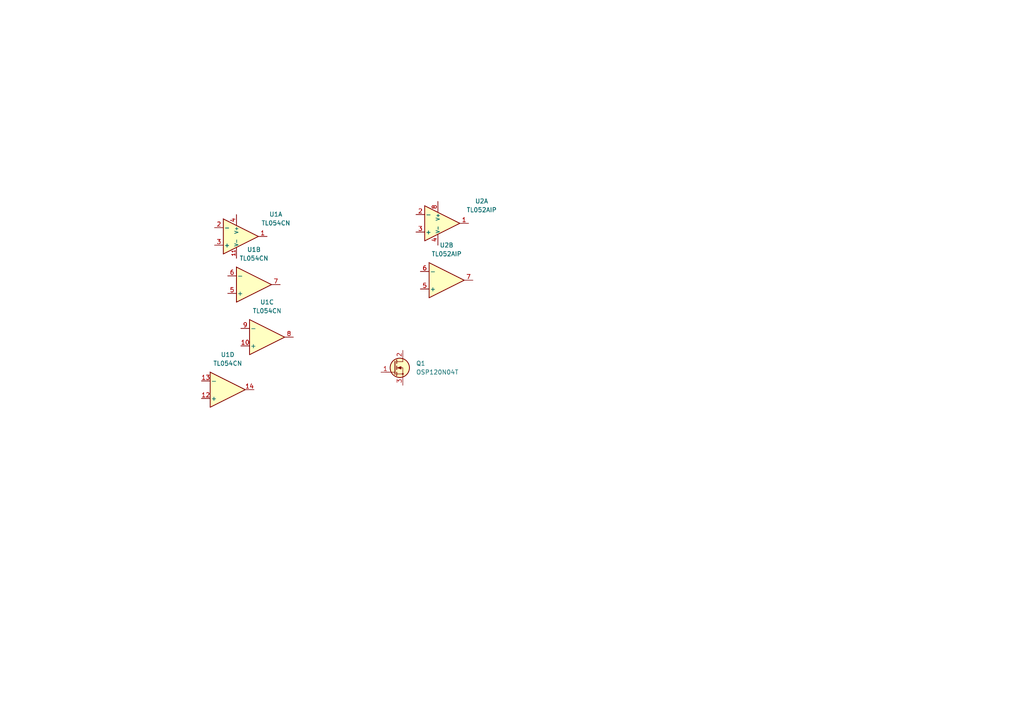
<source format=kicad_sch>
(kicad_sch (version 20250114) (generator "eeschema") (generator_version "9.0")
  (paper "A4")
  (lib_symbols
    (symbol "DCDCCACS1:OSP120N04T" (pin_names (hide yes))
      (property "Reference" "Q" (at 5.08 1.27 0))
      (property "Value" "OSP120N04T" (at 5.08 -1.27 0))
      (symbol "OSP120N04T_0_1"
        (polyline (pts (xy 0.254 1.905) (xy 0.254 -1.905)) (stroke (width 0.254)))
        (polyline (pts (xy 0.254 -1.27) (xy -2.54 -1.27)))
        (polyline (pts (xy 0.762 2.286) (xy 0.762 1.27)) (stroke (width 0.254)))
        (polyline (pts (xy 0.762 0.508) (xy 0.762 -0.508)) (stroke (width 0.254)))
        (polyline (pts (xy 0.762 -1.27) (xy 0.762 -2.286)) (stroke (width 0.254)))
        (polyline (pts (xy 0.762 -1.778) (xy 2.54 -1.778)))
        (polyline (pts (xy 1.016 0) (xy 2.032 0.381) (xy 2.032 -0.381) (xy 1.016 0)) (fill (type outline)))
        (circle (center 1.651 0) (radius 2.794) (stroke (width 0.254)) (fill (type background)))
        (polyline (pts (xy 2.54 2.54) (xy 2.54 1.778)))
        (polyline (pts (xy 2.54 1.778) (xy 0.762 1.778)))
        (circle (center 2.54 -1.778) (radius 0.1778) (fill (type outline)))
        (polyline (pts (xy 2.54 -2.54) (xy 2.54 0) (xy 0.762 0)))
      )
      (symbol "OSP120N04T_1_1"
        (pin input line (at -3.81 -1.27 0) (length 2.54) (name "G") (number "1"))
        (pin passive line (at 2.54 5.08 270) (length 2.54) (name "D") (number "2"))
        (pin passive line (at 2.54 -5.08 90) (length 2.54) (name "S") (number "3"))
      )
    )
    (symbol "PCM_Amplifier_Operational_AKL:TL052AIP" (pin_names (offset 0.2))
      (property "Reference" "U" (at 1.27 7.62 0))
      (property "Value" "TL052AIP" (at 1.27 5.08 0))
      (symbol "TL052AIP_0_1"
        (polyline (pts (xy -3.81 5.08) (xy -3.81 -5.08) (xy 6.35 0) (xy -3.81 5.08)) (stroke (width 0.254)) (fill (type background)))
      )
      (symbol "TL052AIP_1_1"
        (pin input line (at -6.35 2.54 0) (length 2.54) (name "-") (number "2"))
        (pin input line (at -6.35 -2.54 0) (length 2.54) (name "+") (number "3"))
        (pin power_in line (at 0 6.35 270) (length 3.18) (name "V+") (number "8"))
        (pin power_in line (at 0 -6.35 90) (length 3.18) (name "V-") (number "4"))
        (pin output line (at 8.89 0 180) (length 2.54) (name "~") (number "1"))
      )
      (symbol "TL052AIP_2_1"
        (pin input line (at -6.35 2.54 0) (length 2.54) (name "-") (number "6"))
        (pin input line (at -6.35 -2.54 0) (length 2.54) (name "+") (number "5"))
        (pin output line (at 8.89 0 180) (length 2.54) (name "~") (number "7"))
      )
    )
    (symbol "PCM_Amplifier_Operational_AKL:TL054CN" (pin_names (offset 0.2))
      (property "Reference" "U" (at 1.27 7.62 0))
      (property "Value" "TL054CN" (at 1.27 5.08 0))
      (symbol "TL054CN_0_1"
        (polyline (pts (xy -3.81 5.08) (xy -3.81 -5.08) (xy 6.35 0) (xy -3.81 5.08)) (stroke (width 0.254)) (fill (type background)))
      )
      (symbol "TL054CN_1_1"
        (pin input line (at -6.35 2.54 0) (length 2.54) (name "-") (number "2"))
        (pin input line (at -6.35 -2.54 0) (length 2.54) (name "+") (number "3"))
        (pin power_in line (at 0 6.35 270) (length 3.18) (name "V+") (number "4"))
        (pin power_in line (at 0 -6.35 90) (length 3.18) (name "V-") (number "11"))
        (pin output line (at 8.89 0 180) (length 2.54) (name "~") (number "1"))
      )
      (symbol "TL054CN_2_1"
        (pin input line (at -6.35 2.54 0) (length 2.54) (name "-") (number "6"))
        (pin input line (at -6.35 -2.54 0) (length 2.54) (name "+") (number "5"))
        (pin output line (at 8.89 0 180) (length 2.54) (name "~") (number "7"))
      )
      (symbol "TL054CN_3_1"
        (pin input line (at -6.35 2.54 0) (length 2.54) (name "-") (number "9"))
        (pin input line (at -6.35 -2.54 0) (length 2.54) (name "+") (number "10"))
        (pin output line (at 8.89 0 180) (length 2.54) (name "~") (number "8"))
      )
      (symbol "TL054CN_4_1"
        (pin input line (at -6.35 2.54 0) (length 2.54) (name "-") (number "13"))
        (pin input line (at -6.35 -2.54 0) (length 2.54) (name "+") (number "12"))
        (pin output line (at 8.89 0 180) (length 2.54) (name "~") (number "14"))
      )
    )
  )
  (symbol (lib_id "PCM_Amplifier_Operational_AKL:TL052AIP") (at 127 64.77 0) (unit 1)
    (property "Reference" "U2" (at 139.7 58.3498 0))
    (property "Value" "TL052AIP" (at 139.7 60.8898 0))
    (property "Footprint" "PCM_Package_DIP_AKL:DIP-8_W7.62mm_LongPads" (effects (hide yes)))
    (property "Datasheet" "https://www.ti.com/lit/ds/symlink/tl032.pdf?ts=1635080962038&ref_url=https%253A%252F%252Fwww.google.com%252F" (effects (hide yes)))
    (property "Description" "DIP-8 Dual JFET Operational Amplifier, 1.8mV Offset, 3MHz GBW, Alternate KiCAD Library" (effects (hide yes)))
  )
  (symbol (lib_id "PCM_Amplifier_Operational_AKL:TL054CN") (at 64.77 113.03 0) (unit 4)
    (property "Reference" "U1" (at 66.04 102.87 0))
    (property "Value" "TL054CN" (at 66.04 105.41 0))
    (property "Footprint" "PCM_Package_DIP_AKL:DIP-14_W7.62mm_LongPads" (effects (hide yes)))
    (property "Datasheet" "https://www.ti.com/lit/ds/symlink/tl032.pdf?ts=1635080962038&ref_url=https%253A%252F%252Fwww.google.com%252F" (effects (hide yes)))
    (property "Description" "DIP-14 Quad JFET Operational Amplifier, 4mV Offset, 3MHz GBW, Alternate KiCAD Library" (effects (hide yes)))
  )
  (symbol (lib_id "PCM_Amplifier_Operational_AKL:TL054CN") (at 68.58 68.58 0) (unit 1)
    (property "Reference" "U1" (at 80.01 62.1598 0))
    (property "Value" "TL054CN" (at 80.01 64.6998 0))
    (property "Footprint" "PCM_Package_DIP_AKL:DIP-14_W7.62mm_LongPads" (effects (hide yes)))
    (property "Datasheet" "https://www.ti.com/lit/ds/symlink/tl032.pdf?ts=1635080962038&ref_url=https%253A%252F%252Fwww.google.com%252F" (effects (hide yes)))
    (property "Description" "DIP-14 Quad JFET Operational Amplifier, 4mV Offset, 3MHz GBW, Alternate KiCAD Library" (effects (hide yes)))
  )
  (symbol (lib_id "PCM_Amplifier_Operational_AKL:TL052AIP") (at 128.27 81.28 0) (unit 2)
    (property "Reference" "U2" (at 129.54 71.12 0))
    (property "Value" "TL052AIP" (at 129.54 73.66 0))
    (property "Footprint" "PCM_Package_DIP_AKL:DIP-8_W7.62mm_LongPads" (effects (hide yes)))
    (property "Datasheet" "https://www.ti.com/lit/ds/symlink/tl032.pdf?ts=1635080962038&ref_url=https%253A%252F%252Fwww.google.com%252F" (effects (hide yes)))
    (property "Description" "DIP-8 Dual JFET Operational Amplifier, 1.8mV Offset, 3MHz GBW, Alternate KiCAD Library" (effects (hide yes)))
  )
  (symbol (lib_id "DCDCCACS1:OSP120N04T") (at 114.3 106.68 0) (unit 1)
    (property "Reference" "Q1" (at 120.65 105.4099 0) (effects (justify left)))
    (property "Value" "OSP120N04T" (at 120.65 107.9499 0) (effects (justify left)))
    (property "Footprint" "Package_TO_SOT_THT:TO-220-3_Vertical" (effects (hide yes)))
    (property "Datasheet" "https://www.lcsc.com/datasheet/C51949596.pdf" (effects (hide yes)))
    (property "Description" "40V 120A 3.9mΩ@10V 130W TO-220 Single FETs, MOSFETs RoHS" (effects (hide yes)))
  )
  (symbol (lib_id "PCM_Amplifier_Operational_AKL:TL054CN") (at 76.2 97.79 0) (unit 3)
    (property "Reference" "U1" (at 77.47 87.63 0))
    (property "Value" "TL054CN" (at 77.47 90.17 0))
    (property "Footprint" "PCM_Package_DIP_AKL:DIP-14_W7.62mm_LongPads" (effects (hide yes)))
    (property "Datasheet" "https://www.ti.com/lit/ds/symlink/tl032.pdf?ts=1635080962038&ref_url=https%253A%252F%252Fwww.google.com%252F" (effects (hide yes)))
    (property "Description" "DIP-14 Quad JFET Operational Amplifier, 4mV Offset, 3MHz GBW, Alternate KiCAD Library" (effects (hide yes)))
  )
  (symbol (lib_id "PCM_Amplifier_Operational_AKL:TL054CN") (at 72.39 82.55 0) (unit 2)
    (property "Reference" "U1" (at 73.66 72.39 0))
    (property "Value" "TL054CN" (at 73.66 74.93 0))
    (property "Footprint" "PCM_Package_DIP_AKL:DIP-14_W7.62mm_LongPads" (effects (hide yes)))
    (property "Datasheet" "https://www.ti.com/lit/ds/symlink/tl032.pdf?ts=1635080962038&ref_url=https%253A%252F%252Fwww.google.com%252F" (effects (hide yes)))
    (property "Description" "DIP-14 Quad JFET Operational Amplifier, 4mV Offset, 3MHz GBW, Alternate KiCAD Library" (effects (hide yes)))
  )
)
</source>
